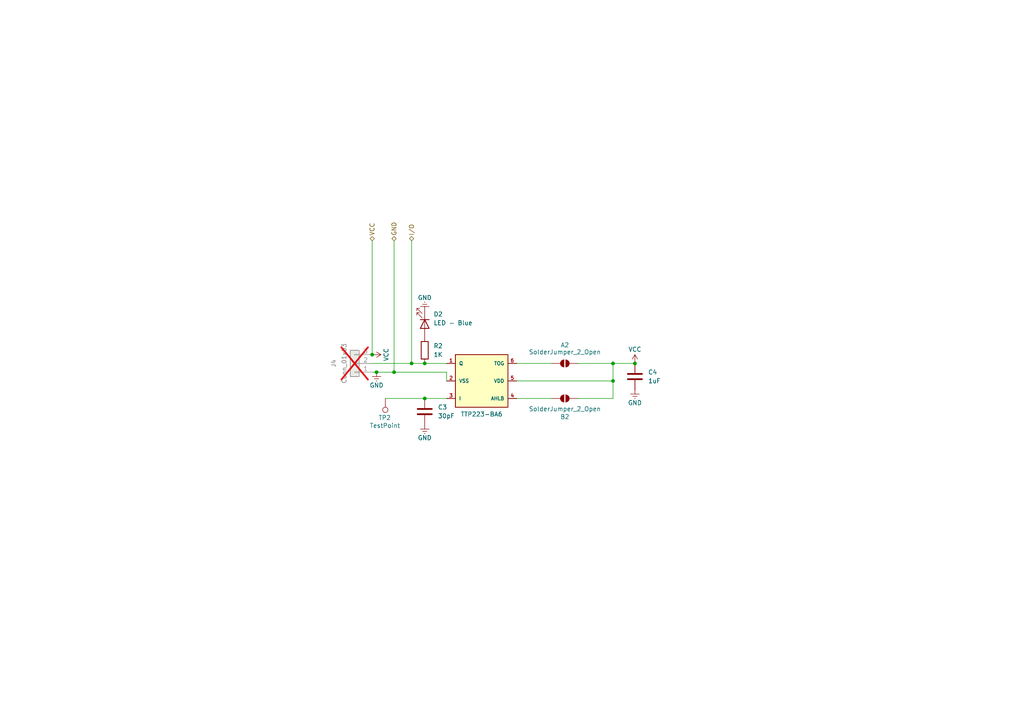
<source format=kicad_sch>
(kicad_sch (version 20231120) (generator "eeschema") (generator_version "8.0")
  (paper "A4")
  (lib_symbols
    (symbol "Connector:TestPoint" (pin_numbers hide) (pin_names (offset 0.762) hide)
      (property "Reference" "TP" (at 0 6.858 0))
      (property "Value" "TestPoint" (at 0 5.08 0))
      (symbol "TestPoint_0_1"
        (circle (center 0 3.302) (radius 0.762))
      )
      (symbol "TestPoint_1_1"
        (pin passive line (at 0 0 90) (length 2.54) (name "1") (number "1"))
      )
    )
    (symbol "Connector_Generic:Conn_01x03" (pin_names (offset 1.016) hide)
      (property "Reference" "J" (at 0 5.08 0))
      (property "Value" "Conn_01x03" (at 0 -5.08 0))
      (symbol "Conn_01x03_1_1"
        (rectangle (start -1.27 -2.413) (end 0 -2.667) (stroke (width 0.1524)))
        (rectangle (start -1.27 0.127) (end 0 -0.127) (stroke (width 0.1524)))
        (rectangle (start -1.27 2.667) (end 0 2.413) (stroke (width 0.1524)))
        (rectangle (start -1.27 3.81) (end 1.27 -3.81) (stroke (width 0.254)) (fill (type background)))
        (pin passive line (at -5.08 2.54 0) (length 3.81) (name "Pin_1") (number "1"))
        (pin passive line (at -5.08 0 0) (length 3.81) (name "Pin_2") (number "2"))
        (pin passive line (at -5.08 -2.54 0) (length 3.81) (name "Pin_3") (number "3"))
      )
    )
    (symbol "Device:C" (pin_numbers hide) (pin_names (offset 0.254))
      (property "Reference" "C" (at 0.635 2.54 0))
      (property "Value" "C" (at 0.635 -2.54 0))
      (symbol "C_0_1"
        (polyline (pts (xy -2.032 -0.762) (xy 2.032 -0.762)) (stroke (width 0.508)))
        (polyline (pts (xy -2.032 0.762) (xy 2.032 0.762)) (stroke (width 0.508)))
      )
      (symbol "C_1_1"
        (pin passive line (at 0 3.81 270) (length 2.794) (name "~") (number "1"))
        (pin passive line (at 0 -3.81 90) (length 2.794) (name "~") (number "2"))
      )
    )
    (symbol "Device:LED" (pin_numbers hide) (pin_names (offset 1.016) hide)
      (property "Reference" "D" (at 0 2.54 0))
      (property "Value" "LED" (at 0 -2.54 0))
      (symbol "LED_0_1"
        (polyline (pts (xy -1.27 -1.27) (xy -1.27 1.27)) (stroke (width 0.254)))
        (polyline (pts (xy -1.27 0) (xy 1.27 0)))
        (polyline (pts (xy 1.27 -1.27) (xy 1.27 1.27) (xy -1.27 0) (xy 1.27 -1.27)) (stroke (width 0.254)))
        (polyline (pts (xy -3.048 -0.762) (xy -4.572 -2.286) (xy -3.81 -2.286) (xy -4.572 -2.286) (xy -4.572 -1.524)))
        (polyline (pts (xy -1.778 -0.762) (xy -3.302 -2.286) (xy -2.54 -2.286) (xy -3.302 -2.286) (xy -3.302 -1.524)))
      )
      (symbol "LED_1_1"
        (pin passive line (at -3.81 0 0) (length 2.54) (name "K") (number "1"))
        (pin passive line (at 3.81 0 180) (length 2.54) (name "A") (number "2"))
      )
    )
    (symbol "Device:R" (pin_numbers hide) (pin_names (offset 0))
      (property "Reference" "R" (at 2.032 0 90))
      (property "Value" "R" (at 0 0 90))
      (symbol "R_0_1"
        (rectangle (start -1.016 -2.54) (end 1.016 2.54) (stroke (width 0.254)))
      )
      (symbol "R_1_1"
        (pin passive line (at 0 3.81 270) (length 1.27) (name "~") (number "1"))
        (pin passive line (at 0 -3.81 90) (length 1.27) (name "~") (number "2"))
      )
    )
    (symbol "Jumper:SolderJumper_2_Open" (pin_numbers hide) (pin_names (offset 0) hide) (exclude_from_sim yes) (in_bom no)
      (property "Reference" "JP" (at 0 2.032 0))
      (property "Value" "SolderJumper_2_Open" (at 0 -2.54 0))
      (symbol "SolderJumper_2_Open_0_1"
        (arc (start -0.254 1.016) (mid -1.2656 0) (end -0.254 -1.016))
        (arc (start -0.254 1.016) (mid -1.2656 0) (end -0.254 -1.016) (fill (type outline)))
        (polyline (pts (xy -0.254 1.016) (xy -0.254 -1.016)))
        (polyline (pts (xy 0.254 1.016) (xy 0.254 -1.016)))
        (arc (start 0.254 -1.016) (mid 1.2656 0) (end 0.254 1.016))
        (arc (start 0.254 -1.016) (mid 1.2656 0) (end 0.254 1.016) (fill (type outline)))
      )
      (symbol "SolderJumper_2_Open_1_1"
        (pin passive line (at -3.81 0 0) (length 2.54) (name "A") (number "1"))
        (pin passive line (at 3.81 0 180) (length 2.54) (name "B") (number "2"))
      )
    )
    (symbol "TTP223-BA6:TTP223-BA6" (pin_names (offset 1.016))
      (property "Reference" "U" (at -1.27 10.668 0))
      (property "Value" "TTP223-BA6" (at -6.35 -7.874 0))
      (property "Manufacturer Part" "TTP233H-BA6" (at 0 0 0))
      (property "JLCPCB" "C2890349" (at 0 0 0))
      (symbol "TTP223-BA6_0_0"
        (rectangle (start -7.62 -5.08) (end 7.62 10.16) (stroke (width 0.254)) (fill (type background)))
        (pin unspecified line (at -10.16 7.62 0) (length 2.54) (name "Q") (number "1"))
        (pin unspecified line (at -10.16 2.54 0) (length 2.54) (name "VSS") (number "2"))
        (pin unspecified line (at -10.16 -2.54 0) (length 2.54) (name "I") (number "3"))
        (pin unspecified line (at 10.16 -2.54 180) (length 2.54) (name "AHLB") (number "4"))
        (pin unspecified line (at 10.16 2.54 180) (length 2.54) (name "VDD") (number "5"))
        (pin unspecified line (at 10.16 7.62 180) (length 2.54) (name "TOG") (number "6"))
      )
    )
    (symbol "power:Earth" (power) (pin_numbers hide) (pin_names (offset 0) hide)
      (property "Value" "Earth" (at 0 -3.81 0))
      (symbol "Earth_0_1"
        (polyline (pts (xy -0.635 -1.905) (xy 0.635 -1.905)))
        (polyline (pts (xy -0.127 -2.54) (xy 0.127 -2.54)))
        (polyline (pts (xy 0 -1.27) (xy 0 0)))
        (polyline (pts (xy 1.27 -1.27) (xy -1.27 -1.27)))
      )
      (symbol "Earth_1_1"
        (pin power_in line (at 0 0 270) (length 0) (name "~") (number "1"))
      )
    )
    (symbol "power:VCC" (power) (pin_numbers hide) (pin_names (offset 0) hide)
      (property "Value" "VCC" (at 0 3.556 0))
      (symbol "VCC_0_1"
        (polyline (pts (xy -0.762 1.27) (xy 0 2.54)))
        (polyline (pts (xy 0 0) (xy 0 2.54)))
        (polyline (pts (xy 0 2.54) (xy 0.762 1.27)))
      )
      (symbol "VCC_1_1"
        (pin power_in line (at 0 0 90) (length 0) (name "~") (number "1"))
      )
    )
  )
  (junction (at 107.95 102.87))
  (junction (at 123.19 105.41))
  (junction (at 184.15 105.41))
  (junction (at 114.3 107.95))
  (junction (at 177.8 110.49))
  (junction (at 177.8 105.41))
  (junction (at 123.19 115.57))
  (junction (at 119.38 105.41))
  (junction (at 109.22 107.95))
  (wire (pts (xy 167.64 115.57) (xy 177.8 115.57)))
  (wire (pts (xy 177.8 110.49) (xy 177.8 105.41)))
  (wire (pts (xy 114.3 69.85) (xy 114.3 107.95)))
  (wire (pts (xy 167.64 105.41) (xy 177.8 105.41)))
  (wire (pts (xy 119.38 69.85) (xy 119.38 105.41)))
  (wire (pts (xy 107.95 105.41) (xy 119.38 105.41)))
  (wire (pts (xy 149.86 105.41) (xy 160.02 105.41)))
  (wire (pts (xy 149.86 110.49) (xy 177.8 110.49)))
  (wire (pts (xy 114.3 107.95) (xy 129.54 107.95)))
  (wire (pts (xy 123.19 105.41) (xy 129.54 105.41)))
  (wire (pts (xy 107.95 107.95) (xy 109.22 107.95)))
  (wire (pts (xy 149.86 115.57) (xy 160.02 115.57)))
  (wire (pts (xy 109.22 107.95) (xy 114.3 107.95)))
  (wire (pts (xy 177.8 110.49) (xy 177.8 115.57)))
  (wire (pts (xy 119.38 105.41) (xy 123.19 105.41)))
  (wire (pts (xy 107.95 69.85) (xy 107.95 102.87)))
  (wire (pts (xy 111.76 115.57) (xy 123.19 115.57)))
  (wire (pts (xy 129.54 107.95) (xy 129.54 110.49)))
  (wire (pts (xy 123.19 115.57) (xy 129.54 115.57)))
  (wire (pts (xy 177.8 105.41) (xy 184.15 105.41)))
  (hierarchical_label "VCC" (shape bidirectional) (at 107.95 69.85 90))
  (hierarchical_label "I{slash}O" (shape bidirectional) (at 119.38 69.85 90))
  (hierarchical_label "GND" (shape bidirectional) (at 114.3 69.85 90))
  (symbol (lib_id "power:Earth") (at 123.19 123.19 0) (unit 1)
    (property "Reference" "#PWR010" (effects (hide yes)))
    (property "Value" "GND" (at 123.19 127 0))
    (property "Description" "Power symbol creates a global label with name \"Earth\"" (effects (hide yes)))
  )
  (symbol (lib_id "Connector:TestPoint") (at 111.76 115.57 180) (unit 1) (in_bom no)
    (property "Reference" "TP2" (at 109.728 121.158 0) (effects (justify right)))
    (property "Value" "TestPoint" (at 107.188 123.444 0) (effects (justify right)))
    (property "Description" "test point" (effects (hide yes)))
  )
  (symbol (lib_id "Connector_Generic:Conn_01x03") (at 102.87 105.41 180) (unit 1) (exclude_from_sim yes) (in_bom no) (on_board no) (dnp yes)
    (property "Reference" "J4" (at 96.774 105.41 90))
    (property "Value" "Conn_01x03" (at 99.822 105.41 90))
    (property "Footprint" "Connector_PinHeader_2.54mm:PinHeader_1x03_P2.54mm_Vertical" (effects (hide yes)))
    (property "Description" "Generic connector, single row, 01x03, script generated (kicad-library-utils/schlib/autogen/connector/)" (effects (hide yes)))
  )
  (symbol (lib_id "power:Earth") (at 184.15 113.03 0) (unit 1)
    (property "Reference" "#PWR012" (effects (hide yes)))
    (property "Value" "GND" (at 184.15 116.84 0))
    (property "Description" "Power symbol creates a global label with name \"Earth\"" (effects (hide yes)))
  )
  (symbol (lib_id "Device:LED") (at 123.19 93.98 270) (unit 1)
    (property "Reference" "D2" (at 125.73 91.1224 90) (effects (justify left)))
    (property "Value" "LED - Blue" (at 125.73 93.6624 90) (effects (justify left)))
    (property "Footprint" "LED_SMD:LED_0805_2012Metric" (effects (hide yes)))
    (property "Description" "Light emitting diode" (effects (hide yes)))
    (property "Manufacturer Part" "NCD0603B5" (effects (hide yes)))
    (property "JLCPCB" "C7429915" (effects (hide yes)))
  )
  (symbol (lib_id "power:Earth") (at 109.22 107.95 0) (unit 1)
    (property "Reference" "#PWR08" (effects (hide yes)))
    (property "Value" "GND" (at 109.22 111.76 0))
    (property "Description" "Power symbol creates a global label with name \"Earth\"" (effects (hide yes)))
  )
  (symbol (lib_id "power:VCC") (at 184.15 105.41 0) (unit 1)
    (property "Reference" "#PWR011" (effects (hide yes)))
    (property "Value" "VCC" (at 184.15 101.346 0))
    (property "Description" "Power symbol creates a global label with name \"VCC\"" (effects (hide yes)))
  )
  (symbol (lib_id "Jumper:SolderJumper_2_Open") (at 163.83 105.41 0) (mirror x) (unit 1) (exclude_from_sim yes) (in_bom no)
    (property "Reference" "A2" (at 163.83 100.076 0))
    (property "Value" "SolderJumper_2_Open" (at 163.83 102.108 0))
    (property "Footprint" "Jumper:SolderJumper-2_P1.3mm_Open_Pad1.0x1.5mm" (effects (hide yes)))
    (property "Description" "Solder Jumper, 2-pole, open" (effects (hide yes)))
  )
  (symbol (lib_id "TTP223-BA6:TTP223-BA6") (at 139.7 113.03 0) (unit 1)
    (property "Reference" "U2" (effects (hide yes)))
    (property "Value" "TTP223-BA6" (at 139.7 120.142 0))
    (property "Footprint" "extra:TTP223-BA6" (effects (hide yes)))
    (property "Description" "TTP223-BA6 / Sot23" (effects (hide yes)))
    (property "Manufacturer Part" "TTP233H-BA6" (effects (hide yes)))
    (property "JLCPCB" "C2890349" (effects (hide yes)))
  )
  (symbol (lib_id "power:Earth") (at 123.19 90.17 180) (unit 1)
    (property "Reference" "#PWR09" (effects (hide yes)))
    (property "Value" "GND" (at 123.19 86.36 0))
    (property "Description" "Power symbol creates a global label with name \"Earth\"" (effects (hide yes)))
  )
  (symbol (lib_id "power:VCC") (at 107.95 102.87 270) (unit 1)
    (property "Reference" "#PWR07" (effects (hide yes)))
    (property "Value" "VCC" (at 112.014 102.87 0))
    (property "Description" "Power symbol creates a global label with name \"VCC\"" (effects (hide yes)))
  )
  (symbol (lib_id "Device:C") (at 184.15 109.22 0) (unit 1)
    (property "Reference" "C4" (at 187.96 107.9499 0) (effects (justify left)))
    (property "Value" "1uF" (at 187.96 110.4899 0) (effects (justify left)))
    (property "Footprint" "Capacitor_SMD:C_0805_2012Metric" (effects (hide yes)))
    (property "Description" "Unpolarized capacitor" (effects (hide yes)))
    (property "Manufacturer Part" "0805F105M500NT" (effects (hide yes)))
    (property "JLCPCB" "C35795" (effects (hide yes)))
  )
  (symbol (lib_id "Device:R") (at 123.19 101.6 0) (unit 1)
    (property "Reference" "R2" (at 125.73 100.3299 0) (effects (justify left)))
    (property "Value" "1K" (at 125.73 102.8699 0) (effects (justify left)))
    (property "Footprint" "Resistor_SMD:R_0805_2012Metric" (effects (hide yes)))
    (property "Description" "Resistor" (effects (hide yes)))
    (property "Manufacturer Part" "0805W8F1001T5E" (effects (hide yes)))
    (property "JLCPCB" "C17513" (effects (hide yes)))
  )
  (symbol (lib_id "Device:C") (at 123.19 119.38 0) (unit 1)
    (property "Reference" "C3" (at 127 118.1099 0) (effects (justify left)))
    (property "Value" "30pF" (at 127 120.6499 0) (effects (justify left)))
    (property "Footprint" "Capacitor_SMD:C_0402_1005Metric" (effects (hide yes)))
    (property "Description" "Unpolarized capacitor" (effects (hide yes)))
    (property "Manufacturer Part" "0402CG300J500NT" (effects (hide yes)))
    (property "JLCPCB" "C1570" (effects (hide yes)))
  )
  (symbol (lib_id "Jumper:SolderJumper_2_Open") (at 163.83 115.57 0) (unit 1) (exclude_from_sim yes) (in_bom no)
    (property "Reference" "B2" (at 163.83 120.904 0))
    (property "Value" "SolderJumper_2_Open" (at 163.83 118.618 0))
    (property "Footprint" "Jumper:SolderJumper-2_P1.3mm_Open_Pad1.0x1.5mm" (effects (hide yes)))
    (property "Description" "Solder Jumper, 2-pole, open" (effects (hide yes)))
  )
)
</source>
